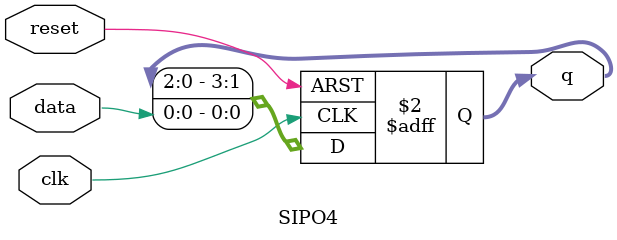
<source format=v>
module SIPO4(
    input data,clk,reset,
    output reg [3:0] q
);
always @(posedge clk or posedge reset)  begin
if (reset)
q<=4'b0000;
else
q={q[2:0],data};
end
endmodule

</source>
